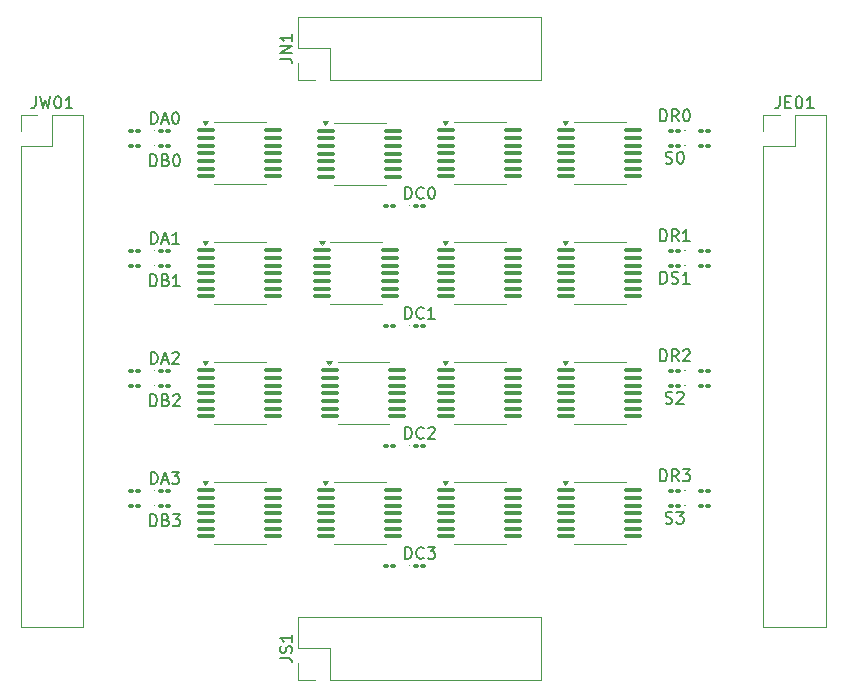
<source format=gto>
%TF.GenerationSoftware,KiCad,Pcbnew,9.0.2*%
%TF.CreationDate,2025-05-17T19:35:46+02:00*%
%TF.ProjectId,ALU,414c552e-6b69-4636-9164-5f7063625858,rev?*%
%TF.SameCoordinates,Original*%
%TF.FileFunction,Legend,Top*%
%TF.FilePolarity,Positive*%
%FSLAX46Y46*%
G04 Gerber Fmt 4.6, Leading zero omitted, Abs format (unit mm)*
G04 Created by KiCad (PCBNEW 9.0.2) date 2025-05-17 19:35:46*
%MOMM*%
%LPD*%
G01*
G04 APERTURE LIST*
G04 Aperture macros list*
%AMRoundRect*
0 Rectangle with rounded corners*
0 $1 Rounding radius*
0 $2 $3 $4 $5 $6 $7 $8 $9 X,Y pos of 4 corners*
0 Add a 4 corners polygon primitive as box body*
4,1,4,$2,$3,$4,$5,$6,$7,$8,$9,$2,$3,0*
0 Add four circle primitives for the rounded corners*
1,1,$1+$1,$2,$3*
1,1,$1+$1,$4,$5*
1,1,$1+$1,$6,$7*
1,1,$1+$1,$8,$9*
0 Add four rect primitives between the rounded corners*
20,1,$1+$1,$2,$3,$4,$5,0*
20,1,$1+$1,$4,$5,$6,$7,0*
20,1,$1+$1,$6,$7,$8,$9,0*
20,1,$1+$1,$8,$9,$2,$3,0*%
G04 Aperture macros list end*
%ADD10C,0.150000*%
%ADD11C,0.100000*%
%ADD12C,0.120000*%
%ADD13RoundRect,0.100000X0.130000X0.100000X-0.130000X0.100000X-0.130000X-0.100000X0.130000X-0.100000X0*%
%ADD14R,1.700000X1.700000*%
%ADD15C,1.700000*%
%ADD16RoundRect,0.100000X-0.637500X-0.100000X0.637500X-0.100000X0.637500X0.100000X-0.637500X0.100000X0*%
%ADD17RoundRect,0.100000X-0.130000X-0.100000X0.130000X-0.100000X0.130000X0.100000X-0.130000X0.100000X0*%
G04 APERTURE END LIST*
D10*
X137215714Y-61829819D02*
X137215714Y-60829819D01*
X137215714Y-60829819D02*
X137453809Y-60829819D01*
X137453809Y-60829819D02*
X137596666Y-60877438D01*
X137596666Y-60877438D02*
X137691904Y-60972676D01*
X137691904Y-60972676D02*
X137739523Y-61067914D01*
X137739523Y-61067914D02*
X137787142Y-61258390D01*
X137787142Y-61258390D02*
X137787142Y-61401247D01*
X137787142Y-61401247D02*
X137739523Y-61591723D01*
X137739523Y-61591723D02*
X137691904Y-61686961D01*
X137691904Y-61686961D02*
X137596666Y-61782200D01*
X137596666Y-61782200D02*
X137453809Y-61829819D01*
X137453809Y-61829819D02*
X137215714Y-61829819D01*
X138168095Y-61782200D02*
X138310952Y-61829819D01*
X138310952Y-61829819D02*
X138549047Y-61829819D01*
X138549047Y-61829819D02*
X138644285Y-61782200D01*
X138644285Y-61782200D02*
X138691904Y-61734580D01*
X138691904Y-61734580D02*
X138739523Y-61639342D01*
X138739523Y-61639342D02*
X138739523Y-61544104D01*
X138739523Y-61544104D02*
X138691904Y-61448866D01*
X138691904Y-61448866D02*
X138644285Y-61401247D01*
X138644285Y-61401247D02*
X138549047Y-61353628D01*
X138549047Y-61353628D02*
X138358571Y-61306009D01*
X138358571Y-61306009D02*
X138263333Y-61258390D01*
X138263333Y-61258390D02*
X138215714Y-61210771D01*
X138215714Y-61210771D02*
X138168095Y-61115533D01*
X138168095Y-61115533D02*
X138168095Y-61020295D01*
X138168095Y-61020295D02*
X138215714Y-60925057D01*
X138215714Y-60925057D02*
X138263333Y-60877438D01*
X138263333Y-60877438D02*
X138358571Y-60829819D01*
X138358571Y-60829819D02*
X138596666Y-60829819D01*
X138596666Y-60829819D02*
X138739523Y-60877438D01*
X139691904Y-61829819D02*
X139120476Y-61829819D01*
X139406190Y-61829819D02*
X139406190Y-60829819D01*
X139406190Y-60829819D02*
X139310952Y-60972676D01*
X139310952Y-60972676D02*
X139215714Y-61067914D01*
X139215714Y-61067914D02*
X139120476Y-61115533D01*
X137668095Y-71942200D02*
X137810952Y-71989819D01*
X137810952Y-71989819D02*
X138049047Y-71989819D01*
X138049047Y-71989819D02*
X138144285Y-71942200D01*
X138144285Y-71942200D02*
X138191904Y-71894580D01*
X138191904Y-71894580D02*
X138239523Y-71799342D01*
X138239523Y-71799342D02*
X138239523Y-71704104D01*
X138239523Y-71704104D02*
X138191904Y-71608866D01*
X138191904Y-71608866D02*
X138144285Y-71561247D01*
X138144285Y-71561247D02*
X138049047Y-71513628D01*
X138049047Y-71513628D02*
X137858571Y-71466009D01*
X137858571Y-71466009D02*
X137763333Y-71418390D01*
X137763333Y-71418390D02*
X137715714Y-71370771D01*
X137715714Y-71370771D02*
X137668095Y-71275533D01*
X137668095Y-71275533D02*
X137668095Y-71180295D01*
X137668095Y-71180295D02*
X137715714Y-71085057D01*
X137715714Y-71085057D02*
X137763333Y-71037438D01*
X137763333Y-71037438D02*
X137858571Y-70989819D01*
X137858571Y-70989819D02*
X138096666Y-70989819D01*
X138096666Y-70989819D02*
X138239523Y-71037438D01*
X138620476Y-71085057D02*
X138668095Y-71037438D01*
X138668095Y-71037438D02*
X138763333Y-70989819D01*
X138763333Y-70989819D02*
X139001428Y-70989819D01*
X139001428Y-70989819D02*
X139096666Y-71037438D01*
X139096666Y-71037438D02*
X139144285Y-71085057D01*
X139144285Y-71085057D02*
X139191904Y-71180295D01*
X139191904Y-71180295D02*
X139191904Y-71275533D01*
X139191904Y-71275533D02*
X139144285Y-71418390D01*
X139144285Y-71418390D02*
X138572857Y-71989819D01*
X138572857Y-71989819D02*
X139191904Y-71989819D01*
X84344047Y-45969819D02*
X84344047Y-46684104D01*
X84344047Y-46684104D02*
X84296428Y-46826961D01*
X84296428Y-46826961D02*
X84201190Y-46922200D01*
X84201190Y-46922200D02*
X84058333Y-46969819D01*
X84058333Y-46969819D02*
X83963095Y-46969819D01*
X84725000Y-45969819D02*
X84963095Y-46969819D01*
X84963095Y-46969819D02*
X85153571Y-46255533D01*
X85153571Y-46255533D02*
X85344047Y-46969819D01*
X85344047Y-46969819D02*
X85582143Y-45969819D01*
X86153571Y-45969819D02*
X86248809Y-45969819D01*
X86248809Y-45969819D02*
X86344047Y-46017438D01*
X86344047Y-46017438D02*
X86391666Y-46065057D01*
X86391666Y-46065057D02*
X86439285Y-46160295D01*
X86439285Y-46160295D02*
X86486904Y-46350771D01*
X86486904Y-46350771D02*
X86486904Y-46588866D01*
X86486904Y-46588866D02*
X86439285Y-46779342D01*
X86439285Y-46779342D02*
X86391666Y-46874580D01*
X86391666Y-46874580D02*
X86344047Y-46922200D01*
X86344047Y-46922200D02*
X86248809Y-46969819D01*
X86248809Y-46969819D02*
X86153571Y-46969819D01*
X86153571Y-46969819D02*
X86058333Y-46922200D01*
X86058333Y-46922200D02*
X86010714Y-46874580D01*
X86010714Y-46874580D02*
X85963095Y-46779342D01*
X85963095Y-46779342D02*
X85915476Y-46588866D01*
X85915476Y-46588866D02*
X85915476Y-46350771D01*
X85915476Y-46350771D02*
X85963095Y-46160295D01*
X85963095Y-46160295D02*
X86010714Y-46065057D01*
X86010714Y-46065057D02*
X86058333Y-46017438D01*
X86058333Y-46017438D02*
X86153571Y-45969819D01*
X87439285Y-46969819D02*
X86867857Y-46969819D01*
X87153571Y-46969819D02*
X87153571Y-45969819D01*
X87153571Y-45969819D02*
X87058333Y-46112676D01*
X87058333Y-46112676D02*
X86963095Y-46207914D01*
X86963095Y-46207914D02*
X86867857Y-46255533D01*
X147328095Y-45969819D02*
X147328095Y-46684104D01*
X147328095Y-46684104D02*
X147280476Y-46826961D01*
X147280476Y-46826961D02*
X147185238Y-46922200D01*
X147185238Y-46922200D02*
X147042381Y-46969819D01*
X147042381Y-46969819D02*
X146947143Y-46969819D01*
X147804286Y-46446009D02*
X148137619Y-46446009D01*
X148280476Y-46969819D02*
X147804286Y-46969819D01*
X147804286Y-46969819D02*
X147804286Y-45969819D01*
X147804286Y-45969819D02*
X148280476Y-45969819D01*
X148899524Y-45969819D02*
X148994762Y-45969819D01*
X148994762Y-45969819D02*
X149090000Y-46017438D01*
X149090000Y-46017438D02*
X149137619Y-46065057D01*
X149137619Y-46065057D02*
X149185238Y-46160295D01*
X149185238Y-46160295D02*
X149232857Y-46350771D01*
X149232857Y-46350771D02*
X149232857Y-46588866D01*
X149232857Y-46588866D02*
X149185238Y-46779342D01*
X149185238Y-46779342D02*
X149137619Y-46874580D01*
X149137619Y-46874580D02*
X149090000Y-46922200D01*
X149090000Y-46922200D02*
X148994762Y-46969819D01*
X148994762Y-46969819D02*
X148899524Y-46969819D01*
X148899524Y-46969819D02*
X148804286Y-46922200D01*
X148804286Y-46922200D02*
X148756667Y-46874580D01*
X148756667Y-46874580D02*
X148709048Y-46779342D01*
X148709048Y-46779342D02*
X148661429Y-46588866D01*
X148661429Y-46588866D02*
X148661429Y-46350771D01*
X148661429Y-46350771D02*
X148709048Y-46160295D01*
X148709048Y-46160295D02*
X148756667Y-46065057D01*
X148756667Y-46065057D02*
X148804286Y-46017438D01*
X148804286Y-46017438D02*
X148899524Y-45969819D01*
X150185238Y-46969819D02*
X149613810Y-46969819D01*
X149899524Y-46969819D02*
X149899524Y-45969819D01*
X149899524Y-45969819D02*
X149804286Y-46112676D01*
X149804286Y-46112676D02*
X149709048Y-46207914D01*
X149709048Y-46207914D02*
X149613810Y-46255533D01*
X115601905Y-85129819D02*
X115601905Y-84129819D01*
X115601905Y-84129819D02*
X115840000Y-84129819D01*
X115840000Y-84129819D02*
X115982857Y-84177438D01*
X115982857Y-84177438D02*
X116078095Y-84272676D01*
X116078095Y-84272676D02*
X116125714Y-84367914D01*
X116125714Y-84367914D02*
X116173333Y-84558390D01*
X116173333Y-84558390D02*
X116173333Y-84701247D01*
X116173333Y-84701247D02*
X116125714Y-84891723D01*
X116125714Y-84891723D02*
X116078095Y-84986961D01*
X116078095Y-84986961D02*
X115982857Y-85082200D01*
X115982857Y-85082200D02*
X115840000Y-85129819D01*
X115840000Y-85129819D02*
X115601905Y-85129819D01*
X117173333Y-85034580D02*
X117125714Y-85082200D01*
X117125714Y-85082200D02*
X116982857Y-85129819D01*
X116982857Y-85129819D02*
X116887619Y-85129819D01*
X116887619Y-85129819D02*
X116744762Y-85082200D01*
X116744762Y-85082200D02*
X116649524Y-84986961D01*
X116649524Y-84986961D02*
X116601905Y-84891723D01*
X116601905Y-84891723D02*
X116554286Y-84701247D01*
X116554286Y-84701247D02*
X116554286Y-84558390D01*
X116554286Y-84558390D02*
X116601905Y-84367914D01*
X116601905Y-84367914D02*
X116649524Y-84272676D01*
X116649524Y-84272676D02*
X116744762Y-84177438D01*
X116744762Y-84177438D02*
X116887619Y-84129819D01*
X116887619Y-84129819D02*
X116982857Y-84129819D01*
X116982857Y-84129819D02*
X117125714Y-84177438D01*
X117125714Y-84177438D02*
X117173333Y-84225057D01*
X117506667Y-84129819D02*
X118125714Y-84129819D01*
X118125714Y-84129819D02*
X117792381Y-84510771D01*
X117792381Y-84510771D02*
X117935238Y-84510771D01*
X117935238Y-84510771D02*
X118030476Y-84558390D01*
X118030476Y-84558390D02*
X118078095Y-84606009D01*
X118078095Y-84606009D02*
X118125714Y-84701247D01*
X118125714Y-84701247D02*
X118125714Y-84939342D01*
X118125714Y-84939342D02*
X118078095Y-85034580D01*
X118078095Y-85034580D02*
X118030476Y-85082200D01*
X118030476Y-85082200D02*
X117935238Y-85129819D01*
X117935238Y-85129819D02*
X117649524Y-85129819D01*
X117649524Y-85129819D02*
X117554286Y-85082200D01*
X117554286Y-85082200D02*
X117506667Y-85034580D01*
X94011905Y-62049819D02*
X94011905Y-61049819D01*
X94011905Y-61049819D02*
X94250000Y-61049819D01*
X94250000Y-61049819D02*
X94392857Y-61097438D01*
X94392857Y-61097438D02*
X94488095Y-61192676D01*
X94488095Y-61192676D02*
X94535714Y-61287914D01*
X94535714Y-61287914D02*
X94583333Y-61478390D01*
X94583333Y-61478390D02*
X94583333Y-61621247D01*
X94583333Y-61621247D02*
X94535714Y-61811723D01*
X94535714Y-61811723D02*
X94488095Y-61906961D01*
X94488095Y-61906961D02*
X94392857Y-62002200D01*
X94392857Y-62002200D02*
X94250000Y-62049819D01*
X94250000Y-62049819D02*
X94011905Y-62049819D01*
X95345238Y-61526009D02*
X95488095Y-61573628D01*
X95488095Y-61573628D02*
X95535714Y-61621247D01*
X95535714Y-61621247D02*
X95583333Y-61716485D01*
X95583333Y-61716485D02*
X95583333Y-61859342D01*
X95583333Y-61859342D02*
X95535714Y-61954580D01*
X95535714Y-61954580D02*
X95488095Y-62002200D01*
X95488095Y-62002200D02*
X95392857Y-62049819D01*
X95392857Y-62049819D02*
X95011905Y-62049819D01*
X95011905Y-62049819D02*
X95011905Y-61049819D01*
X95011905Y-61049819D02*
X95345238Y-61049819D01*
X95345238Y-61049819D02*
X95440476Y-61097438D01*
X95440476Y-61097438D02*
X95488095Y-61145057D01*
X95488095Y-61145057D02*
X95535714Y-61240295D01*
X95535714Y-61240295D02*
X95535714Y-61335533D01*
X95535714Y-61335533D02*
X95488095Y-61430771D01*
X95488095Y-61430771D02*
X95440476Y-61478390D01*
X95440476Y-61478390D02*
X95345238Y-61526009D01*
X95345238Y-61526009D02*
X95011905Y-61526009D01*
X96535714Y-62049819D02*
X95964286Y-62049819D01*
X96250000Y-62049819D02*
X96250000Y-61049819D01*
X96250000Y-61049819D02*
X96154762Y-61192676D01*
X96154762Y-61192676D02*
X96059524Y-61287914D01*
X96059524Y-61287914D02*
X95964286Y-61335533D01*
X115601905Y-74969819D02*
X115601905Y-73969819D01*
X115601905Y-73969819D02*
X115840000Y-73969819D01*
X115840000Y-73969819D02*
X115982857Y-74017438D01*
X115982857Y-74017438D02*
X116078095Y-74112676D01*
X116078095Y-74112676D02*
X116125714Y-74207914D01*
X116125714Y-74207914D02*
X116173333Y-74398390D01*
X116173333Y-74398390D02*
X116173333Y-74541247D01*
X116173333Y-74541247D02*
X116125714Y-74731723D01*
X116125714Y-74731723D02*
X116078095Y-74826961D01*
X116078095Y-74826961D02*
X115982857Y-74922200D01*
X115982857Y-74922200D02*
X115840000Y-74969819D01*
X115840000Y-74969819D02*
X115601905Y-74969819D01*
X117173333Y-74874580D02*
X117125714Y-74922200D01*
X117125714Y-74922200D02*
X116982857Y-74969819D01*
X116982857Y-74969819D02*
X116887619Y-74969819D01*
X116887619Y-74969819D02*
X116744762Y-74922200D01*
X116744762Y-74922200D02*
X116649524Y-74826961D01*
X116649524Y-74826961D02*
X116601905Y-74731723D01*
X116601905Y-74731723D02*
X116554286Y-74541247D01*
X116554286Y-74541247D02*
X116554286Y-74398390D01*
X116554286Y-74398390D02*
X116601905Y-74207914D01*
X116601905Y-74207914D02*
X116649524Y-74112676D01*
X116649524Y-74112676D02*
X116744762Y-74017438D01*
X116744762Y-74017438D02*
X116887619Y-73969819D01*
X116887619Y-73969819D02*
X116982857Y-73969819D01*
X116982857Y-73969819D02*
X117125714Y-74017438D01*
X117125714Y-74017438D02*
X117173333Y-74065057D01*
X117554286Y-74065057D02*
X117601905Y-74017438D01*
X117601905Y-74017438D02*
X117697143Y-73969819D01*
X117697143Y-73969819D02*
X117935238Y-73969819D01*
X117935238Y-73969819D02*
X118030476Y-74017438D01*
X118030476Y-74017438D02*
X118078095Y-74065057D01*
X118078095Y-74065057D02*
X118125714Y-74160295D01*
X118125714Y-74160295D02*
X118125714Y-74255533D01*
X118125714Y-74255533D02*
X118078095Y-74398390D01*
X118078095Y-74398390D02*
X117506667Y-74969819D01*
X117506667Y-74969819D02*
X118125714Y-74969819D01*
X94011905Y-82369819D02*
X94011905Y-81369819D01*
X94011905Y-81369819D02*
X94250000Y-81369819D01*
X94250000Y-81369819D02*
X94392857Y-81417438D01*
X94392857Y-81417438D02*
X94488095Y-81512676D01*
X94488095Y-81512676D02*
X94535714Y-81607914D01*
X94535714Y-81607914D02*
X94583333Y-81798390D01*
X94583333Y-81798390D02*
X94583333Y-81941247D01*
X94583333Y-81941247D02*
X94535714Y-82131723D01*
X94535714Y-82131723D02*
X94488095Y-82226961D01*
X94488095Y-82226961D02*
X94392857Y-82322200D01*
X94392857Y-82322200D02*
X94250000Y-82369819D01*
X94250000Y-82369819D02*
X94011905Y-82369819D01*
X95345238Y-81846009D02*
X95488095Y-81893628D01*
X95488095Y-81893628D02*
X95535714Y-81941247D01*
X95535714Y-81941247D02*
X95583333Y-82036485D01*
X95583333Y-82036485D02*
X95583333Y-82179342D01*
X95583333Y-82179342D02*
X95535714Y-82274580D01*
X95535714Y-82274580D02*
X95488095Y-82322200D01*
X95488095Y-82322200D02*
X95392857Y-82369819D01*
X95392857Y-82369819D02*
X95011905Y-82369819D01*
X95011905Y-82369819D02*
X95011905Y-81369819D01*
X95011905Y-81369819D02*
X95345238Y-81369819D01*
X95345238Y-81369819D02*
X95440476Y-81417438D01*
X95440476Y-81417438D02*
X95488095Y-81465057D01*
X95488095Y-81465057D02*
X95535714Y-81560295D01*
X95535714Y-81560295D02*
X95535714Y-81655533D01*
X95535714Y-81655533D02*
X95488095Y-81750771D01*
X95488095Y-81750771D02*
X95440476Y-81798390D01*
X95440476Y-81798390D02*
X95345238Y-81846009D01*
X95345238Y-81846009D02*
X95011905Y-81846009D01*
X95916667Y-81369819D02*
X96535714Y-81369819D01*
X96535714Y-81369819D02*
X96202381Y-81750771D01*
X96202381Y-81750771D02*
X96345238Y-81750771D01*
X96345238Y-81750771D02*
X96440476Y-81798390D01*
X96440476Y-81798390D02*
X96488095Y-81846009D01*
X96488095Y-81846009D02*
X96535714Y-81941247D01*
X96535714Y-81941247D02*
X96535714Y-82179342D01*
X96535714Y-82179342D02*
X96488095Y-82274580D01*
X96488095Y-82274580D02*
X96440476Y-82322200D01*
X96440476Y-82322200D02*
X96345238Y-82369819D01*
X96345238Y-82369819D02*
X96059524Y-82369819D01*
X96059524Y-82369819D02*
X95964286Y-82322200D01*
X95964286Y-82322200D02*
X95916667Y-82274580D01*
X94083333Y-48299819D02*
X94083333Y-47299819D01*
X94083333Y-47299819D02*
X94321428Y-47299819D01*
X94321428Y-47299819D02*
X94464285Y-47347438D01*
X94464285Y-47347438D02*
X94559523Y-47442676D01*
X94559523Y-47442676D02*
X94607142Y-47537914D01*
X94607142Y-47537914D02*
X94654761Y-47728390D01*
X94654761Y-47728390D02*
X94654761Y-47871247D01*
X94654761Y-47871247D02*
X94607142Y-48061723D01*
X94607142Y-48061723D02*
X94559523Y-48156961D01*
X94559523Y-48156961D02*
X94464285Y-48252200D01*
X94464285Y-48252200D02*
X94321428Y-48299819D01*
X94321428Y-48299819D02*
X94083333Y-48299819D01*
X95035714Y-48014104D02*
X95511904Y-48014104D01*
X94940476Y-48299819D02*
X95273809Y-47299819D01*
X95273809Y-47299819D02*
X95607142Y-48299819D01*
X96130952Y-47299819D02*
X96226190Y-47299819D01*
X96226190Y-47299819D02*
X96321428Y-47347438D01*
X96321428Y-47347438D02*
X96369047Y-47395057D01*
X96369047Y-47395057D02*
X96416666Y-47490295D01*
X96416666Y-47490295D02*
X96464285Y-47680771D01*
X96464285Y-47680771D02*
X96464285Y-47918866D01*
X96464285Y-47918866D02*
X96416666Y-48109342D01*
X96416666Y-48109342D02*
X96369047Y-48204580D01*
X96369047Y-48204580D02*
X96321428Y-48252200D01*
X96321428Y-48252200D02*
X96226190Y-48299819D01*
X96226190Y-48299819D02*
X96130952Y-48299819D01*
X96130952Y-48299819D02*
X96035714Y-48252200D01*
X96035714Y-48252200D02*
X95988095Y-48204580D01*
X95988095Y-48204580D02*
X95940476Y-48109342D01*
X95940476Y-48109342D02*
X95892857Y-47918866D01*
X95892857Y-47918866D02*
X95892857Y-47680771D01*
X95892857Y-47680771D02*
X95940476Y-47490295D01*
X95940476Y-47490295D02*
X95988095Y-47395057D01*
X95988095Y-47395057D02*
X96035714Y-47347438D01*
X96035714Y-47347438D02*
X96130952Y-47299819D01*
X94083333Y-78779819D02*
X94083333Y-77779819D01*
X94083333Y-77779819D02*
X94321428Y-77779819D01*
X94321428Y-77779819D02*
X94464285Y-77827438D01*
X94464285Y-77827438D02*
X94559523Y-77922676D01*
X94559523Y-77922676D02*
X94607142Y-78017914D01*
X94607142Y-78017914D02*
X94654761Y-78208390D01*
X94654761Y-78208390D02*
X94654761Y-78351247D01*
X94654761Y-78351247D02*
X94607142Y-78541723D01*
X94607142Y-78541723D02*
X94559523Y-78636961D01*
X94559523Y-78636961D02*
X94464285Y-78732200D01*
X94464285Y-78732200D02*
X94321428Y-78779819D01*
X94321428Y-78779819D02*
X94083333Y-78779819D01*
X95035714Y-78494104D02*
X95511904Y-78494104D01*
X94940476Y-78779819D02*
X95273809Y-77779819D01*
X95273809Y-77779819D02*
X95607142Y-78779819D01*
X95845238Y-77779819D02*
X96464285Y-77779819D01*
X96464285Y-77779819D02*
X96130952Y-78160771D01*
X96130952Y-78160771D02*
X96273809Y-78160771D01*
X96273809Y-78160771D02*
X96369047Y-78208390D01*
X96369047Y-78208390D02*
X96416666Y-78256009D01*
X96416666Y-78256009D02*
X96464285Y-78351247D01*
X96464285Y-78351247D02*
X96464285Y-78589342D01*
X96464285Y-78589342D02*
X96416666Y-78684580D01*
X96416666Y-78684580D02*
X96369047Y-78732200D01*
X96369047Y-78732200D02*
X96273809Y-78779819D01*
X96273809Y-78779819D02*
X95988095Y-78779819D01*
X95988095Y-78779819D02*
X95892857Y-78732200D01*
X95892857Y-78732200D02*
X95845238Y-78684580D01*
X137668095Y-51622200D02*
X137810952Y-51669819D01*
X137810952Y-51669819D02*
X138049047Y-51669819D01*
X138049047Y-51669819D02*
X138144285Y-51622200D01*
X138144285Y-51622200D02*
X138191904Y-51574580D01*
X138191904Y-51574580D02*
X138239523Y-51479342D01*
X138239523Y-51479342D02*
X138239523Y-51384104D01*
X138239523Y-51384104D02*
X138191904Y-51288866D01*
X138191904Y-51288866D02*
X138144285Y-51241247D01*
X138144285Y-51241247D02*
X138049047Y-51193628D01*
X138049047Y-51193628D02*
X137858571Y-51146009D01*
X137858571Y-51146009D02*
X137763333Y-51098390D01*
X137763333Y-51098390D02*
X137715714Y-51050771D01*
X137715714Y-51050771D02*
X137668095Y-50955533D01*
X137668095Y-50955533D02*
X137668095Y-50860295D01*
X137668095Y-50860295D02*
X137715714Y-50765057D01*
X137715714Y-50765057D02*
X137763333Y-50717438D01*
X137763333Y-50717438D02*
X137858571Y-50669819D01*
X137858571Y-50669819D02*
X138096666Y-50669819D01*
X138096666Y-50669819D02*
X138239523Y-50717438D01*
X138858571Y-50669819D02*
X138953809Y-50669819D01*
X138953809Y-50669819D02*
X139049047Y-50717438D01*
X139049047Y-50717438D02*
X139096666Y-50765057D01*
X139096666Y-50765057D02*
X139144285Y-50860295D01*
X139144285Y-50860295D02*
X139191904Y-51050771D01*
X139191904Y-51050771D02*
X139191904Y-51288866D01*
X139191904Y-51288866D02*
X139144285Y-51479342D01*
X139144285Y-51479342D02*
X139096666Y-51574580D01*
X139096666Y-51574580D02*
X139049047Y-51622200D01*
X139049047Y-51622200D02*
X138953809Y-51669819D01*
X138953809Y-51669819D02*
X138858571Y-51669819D01*
X138858571Y-51669819D02*
X138763333Y-51622200D01*
X138763333Y-51622200D02*
X138715714Y-51574580D01*
X138715714Y-51574580D02*
X138668095Y-51479342D01*
X138668095Y-51479342D02*
X138620476Y-51288866D01*
X138620476Y-51288866D02*
X138620476Y-51050771D01*
X138620476Y-51050771D02*
X138668095Y-50860295D01*
X138668095Y-50860295D02*
X138715714Y-50765057D01*
X138715714Y-50765057D02*
X138763333Y-50717438D01*
X138763333Y-50717438D02*
X138858571Y-50669819D01*
X137191905Y-68399819D02*
X137191905Y-67399819D01*
X137191905Y-67399819D02*
X137430000Y-67399819D01*
X137430000Y-67399819D02*
X137572857Y-67447438D01*
X137572857Y-67447438D02*
X137668095Y-67542676D01*
X137668095Y-67542676D02*
X137715714Y-67637914D01*
X137715714Y-67637914D02*
X137763333Y-67828390D01*
X137763333Y-67828390D02*
X137763333Y-67971247D01*
X137763333Y-67971247D02*
X137715714Y-68161723D01*
X137715714Y-68161723D02*
X137668095Y-68256961D01*
X137668095Y-68256961D02*
X137572857Y-68352200D01*
X137572857Y-68352200D02*
X137430000Y-68399819D01*
X137430000Y-68399819D02*
X137191905Y-68399819D01*
X138763333Y-68399819D02*
X138430000Y-67923628D01*
X138191905Y-68399819D02*
X138191905Y-67399819D01*
X138191905Y-67399819D02*
X138572857Y-67399819D01*
X138572857Y-67399819D02*
X138668095Y-67447438D01*
X138668095Y-67447438D02*
X138715714Y-67495057D01*
X138715714Y-67495057D02*
X138763333Y-67590295D01*
X138763333Y-67590295D02*
X138763333Y-67733152D01*
X138763333Y-67733152D02*
X138715714Y-67828390D01*
X138715714Y-67828390D02*
X138668095Y-67876009D01*
X138668095Y-67876009D02*
X138572857Y-67923628D01*
X138572857Y-67923628D02*
X138191905Y-67923628D01*
X139144286Y-67495057D02*
X139191905Y-67447438D01*
X139191905Y-67447438D02*
X139287143Y-67399819D01*
X139287143Y-67399819D02*
X139525238Y-67399819D01*
X139525238Y-67399819D02*
X139620476Y-67447438D01*
X139620476Y-67447438D02*
X139668095Y-67495057D01*
X139668095Y-67495057D02*
X139715714Y-67590295D01*
X139715714Y-67590295D02*
X139715714Y-67685533D01*
X139715714Y-67685533D02*
X139668095Y-67828390D01*
X139668095Y-67828390D02*
X139096667Y-68399819D01*
X139096667Y-68399819D02*
X139715714Y-68399819D01*
X115601905Y-54649819D02*
X115601905Y-53649819D01*
X115601905Y-53649819D02*
X115840000Y-53649819D01*
X115840000Y-53649819D02*
X115982857Y-53697438D01*
X115982857Y-53697438D02*
X116078095Y-53792676D01*
X116078095Y-53792676D02*
X116125714Y-53887914D01*
X116125714Y-53887914D02*
X116173333Y-54078390D01*
X116173333Y-54078390D02*
X116173333Y-54221247D01*
X116173333Y-54221247D02*
X116125714Y-54411723D01*
X116125714Y-54411723D02*
X116078095Y-54506961D01*
X116078095Y-54506961D02*
X115982857Y-54602200D01*
X115982857Y-54602200D02*
X115840000Y-54649819D01*
X115840000Y-54649819D02*
X115601905Y-54649819D01*
X117173333Y-54554580D02*
X117125714Y-54602200D01*
X117125714Y-54602200D02*
X116982857Y-54649819D01*
X116982857Y-54649819D02*
X116887619Y-54649819D01*
X116887619Y-54649819D02*
X116744762Y-54602200D01*
X116744762Y-54602200D02*
X116649524Y-54506961D01*
X116649524Y-54506961D02*
X116601905Y-54411723D01*
X116601905Y-54411723D02*
X116554286Y-54221247D01*
X116554286Y-54221247D02*
X116554286Y-54078390D01*
X116554286Y-54078390D02*
X116601905Y-53887914D01*
X116601905Y-53887914D02*
X116649524Y-53792676D01*
X116649524Y-53792676D02*
X116744762Y-53697438D01*
X116744762Y-53697438D02*
X116887619Y-53649819D01*
X116887619Y-53649819D02*
X116982857Y-53649819D01*
X116982857Y-53649819D02*
X117125714Y-53697438D01*
X117125714Y-53697438D02*
X117173333Y-53745057D01*
X117792381Y-53649819D02*
X117887619Y-53649819D01*
X117887619Y-53649819D02*
X117982857Y-53697438D01*
X117982857Y-53697438D02*
X118030476Y-53745057D01*
X118030476Y-53745057D02*
X118078095Y-53840295D01*
X118078095Y-53840295D02*
X118125714Y-54030771D01*
X118125714Y-54030771D02*
X118125714Y-54268866D01*
X118125714Y-54268866D02*
X118078095Y-54459342D01*
X118078095Y-54459342D02*
X118030476Y-54554580D01*
X118030476Y-54554580D02*
X117982857Y-54602200D01*
X117982857Y-54602200D02*
X117887619Y-54649819D01*
X117887619Y-54649819D02*
X117792381Y-54649819D01*
X117792381Y-54649819D02*
X117697143Y-54602200D01*
X117697143Y-54602200D02*
X117649524Y-54554580D01*
X117649524Y-54554580D02*
X117601905Y-54459342D01*
X117601905Y-54459342D02*
X117554286Y-54268866D01*
X117554286Y-54268866D02*
X117554286Y-54030771D01*
X117554286Y-54030771D02*
X117601905Y-53840295D01*
X117601905Y-53840295D02*
X117649524Y-53745057D01*
X117649524Y-53745057D02*
X117697143Y-53697438D01*
X117697143Y-53697438D02*
X117792381Y-53649819D01*
X94083333Y-68619819D02*
X94083333Y-67619819D01*
X94083333Y-67619819D02*
X94321428Y-67619819D01*
X94321428Y-67619819D02*
X94464285Y-67667438D01*
X94464285Y-67667438D02*
X94559523Y-67762676D01*
X94559523Y-67762676D02*
X94607142Y-67857914D01*
X94607142Y-67857914D02*
X94654761Y-68048390D01*
X94654761Y-68048390D02*
X94654761Y-68191247D01*
X94654761Y-68191247D02*
X94607142Y-68381723D01*
X94607142Y-68381723D02*
X94559523Y-68476961D01*
X94559523Y-68476961D02*
X94464285Y-68572200D01*
X94464285Y-68572200D02*
X94321428Y-68619819D01*
X94321428Y-68619819D02*
X94083333Y-68619819D01*
X95035714Y-68334104D02*
X95511904Y-68334104D01*
X94940476Y-68619819D02*
X95273809Y-67619819D01*
X95273809Y-67619819D02*
X95607142Y-68619819D01*
X95892857Y-67715057D02*
X95940476Y-67667438D01*
X95940476Y-67667438D02*
X96035714Y-67619819D01*
X96035714Y-67619819D02*
X96273809Y-67619819D01*
X96273809Y-67619819D02*
X96369047Y-67667438D01*
X96369047Y-67667438D02*
X96416666Y-67715057D01*
X96416666Y-67715057D02*
X96464285Y-67810295D01*
X96464285Y-67810295D02*
X96464285Y-67905533D01*
X96464285Y-67905533D02*
X96416666Y-68048390D01*
X96416666Y-68048390D02*
X95845238Y-68619819D01*
X95845238Y-68619819D02*
X96464285Y-68619819D01*
X94083333Y-58459819D02*
X94083333Y-57459819D01*
X94083333Y-57459819D02*
X94321428Y-57459819D01*
X94321428Y-57459819D02*
X94464285Y-57507438D01*
X94464285Y-57507438D02*
X94559523Y-57602676D01*
X94559523Y-57602676D02*
X94607142Y-57697914D01*
X94607142Y-57697914D02*
X94654761Y-57888390D01*
X94654761Y-57888390D02*
X94654761Y-58031247D01*
X94654761Y-58031247D02*
X94607142Y-58221723D01*
X94607142Y-58221723D02*
X94559523Y-58316961D01*
X94559523Y-58316961D02*
X94464285Y-58412200D01*
X94464285Y-58412200D02*
X94321428Y-58459819D01*
X94321428Y-58459819D02*
X94083333Y-58459819D01*
X95035714Y-58174104D02*
X95511904Y-58174104D01*
X94940476Y-58459819D02*
X95273809Y-57459819D01*
X95273809Y-57459819D02*
X95607142Y-58459819D01*
X96464285Y-58459819D02*
X95892857Y-58459819D01*
X96178571Y-58459819D02*
X96178571Y-57459819D01*
X96178571Y-57459819D02*
X96083333Y-57602676D01*
X96083333Y-57602676D02*
X95988095Y-57697914D01*
X95988095Y-57697914D02*
X95892857Y-57745533D01*
X137191905Y-58239819D02*
X137191905Y-57239819D01*
X137191905Y-57239819D02*
X137430000Y-57239819D01*
X137430000Y-57239819D02*
X137572857Y-57287438D01*
X137572857Y-57287438D02*
X137668095Y-57382676D01*
X137668095Y-57382676D02*
X137715714Y-57477914D01*
X137715714Y-57477914D02*
X137763333Y-57668390D01*
X137763333Y-57668390D02*
X137763333Y-57811247D01*
X137763333Y-57811247D02*
X137715714Y-58001723D01*
X137715714Y-58001723D02*
X137668095Y-58096961D01*
X137668095Y-58096961D02*
X137572857Y-58192200D01*
X137572857Y-58192200D02*
X137430000Y-58239819D01*
X137430000Y-58239819D02*
X137191905Y-58239819D01*
X138763333Y-58239819D02*
X138430000Y-57763628D01*
X138191905Y-58239819D02*
X138191905Y-57239819D01*
X138191905Y-57239819D02*
X138572857Y-57239819D01*
X138572857Y-57239819D02*
X138668095Y-57287438D01*
X138668095Y-57287438D02*
X138715714Y-57335057D01*
X138715714Y-57335057D02*
X138763333Y-57430295D01*
X138763333Y-57430295D02*
X138763333Y-57573152D01*
X138763333Y-57573152D02*
X138715714Y-57668390D01*
X138715714Y-57668390D02*
X138668095Y-57716009D01*
X138668095Y-57716009D02*
X138572857Y-57763628D01*
X138572857Y-57763628D02*
X138191905Y-57763628D01*
X139715714Y-58239819D02*
X139144286Y-58239819D01*
X139430000Y-58239819D02*
X139430000Y-57239819D01*
X139430000Y-57239819D02*
X139334762Y-57382676D01*
X139334762Y-57382676D02*
X139239524Y-57477914D01*
X139239524Y-57477914D02*
X139144286Y-57525533D01*
X137191905Y-48079819D02*
X137191905Y-47079819D01*
X137191905Y-47079819D02*
X137430000Y-47079819D01*
X137430000Y-47079819D02*
X137572857Y-47127438D01*
X137572857Y-47127438D02*
X137668095Y-47222676D01*
X137668095Y-47222676D02*
X137715714Y-47317914D01*
X137715714Y-47317914D02*
X137763333Y-47508390D01*
X137763333Y-47508390D02*
X137763333Y-47651247D01*
X137763333Y-47651247D02*
X137715714Y-47841723D01*
X137715714Y-47841723D02*
X137668095Y-47936961D01*
X137668095Y-47936961D02*
X137572857Y-48032200D01*
X137572857Y-48032200D02*
X137430000Y-48079819D01*
X137430000Y-48079819D02*
X137191905Y-48079819D01*
X138763333Y-48079819D02*
X138430000Y-47603628D01*
X138191905Y-48079819D02*
X138191905Y-47079819D01*
X138191905Y-47079819D02*
X138572857Y-47079819D01*
X138572857Y-47079819D02*
X138668095Y-47127438D01*
X138668095Y-47127438D02*
X138715714Y-47175057D01*
X138715714Y-47175057D02*
X138763333Y-47270295D01*
X138763333Y-47270295D02*
X138763333Y-47413152D01*
X138763333Y-47413152D02*
X138715714Y-47508390D01*
X138715714Y-47508390D02*
X138668095Y-47556009D01*
X138668095Y-47556009D02*
X138572857Y-47603628D01*
X138572857Y-47603628D02*
X138191905Y-47603628D01*
X139382381Y-47079819D02*
X139477619Y-47079819D01*
X139477619Y-47079819D02*
X139572857Y-47127438D01*
X139572857Y-47127438D02*
X139620476Y-47175057D01*
X139620476Y-47175057D02*
X139668095Y-47270295D01*
X139668095Y-47270295D02*
X139715714Y-47460771D01*
X139715714Y-47460771D02*
X139715714Y-47698866D01*
X139715714Y-47698866D02*
X139668095Y-47889342D01*
X139668095Y-47889342D02*
X139620476Y-47984580D01*
X139620476Y-47984580D02*
X139572857Y-48032200D01*
X139572857Y-48032200D02*
X139477619Y-48079819D01*
X139477619Y-48079819D02*
X139382381Y-48079819D01*
X139382381Y-48079819D02*
X139287143Y-48032200D01*
X139287143Y-48032200D02*
X139239524Y-47984580D01*
X139239524Y-47984580D02*
X139191905Y-47889342D01*
X139191905Y-47889342D02*
X139144286Y-47698866D01*
X139144286Y-47698866D02*
X139144286Y-47460771D01*
X139144286Y-47460771D02*
X139191905Y-47270295D01*
X139191905Y-47270295D02*
X139239524Y-47175057D01*
X139239524Y-47175057D02*
X139287143Y-47127438D01*
X139287143Y-47127438D02*
X139382381Y-47079819D01*
X137191905Y-78559819D02*
X137191905Y-77559819D01*
X137191905Y-77559819D02*
X137430000Y-77559819D01*
X137430000Y-77559819D02*
X137572857Y-77607438D01*
X137572857Y-77607438D02*
X137668095Y-77702676D01*
X137668095Y-77702676D02*
X137715714Y-77797914D01*
X137715714Y-77797914D02*
X137763333Y-77988390D01*
X137763333Y-77988390D02*
X137763333Y-78131247D01*
X137763333Y-78131247D02*
X137715714Y-78321723D01*
X137715714Y-78321723D02*
X137668095Y-78416961D01*
X137668095Y-78416961D02*
X137572857Y-78512200D01*
X137572857Y-78512200D02*
X137430000Y-78559819D01*
X137430000Y-78559819D02*
X137191905Y-78559819D01*
X138763333Y-78559819D02*
X138430000Y-78083628D01*
X138191905Y-78559819D02*
X138191905Y-77559819D01*
X138191905Y-77559819D02*
X138572857Y-77559819D01*
X138572857Y-77559819D02*
X138668095Y-77607438D01*
X138668095Y-77607438D02*
X138715714Y-77655057D01*
X138715714Y-77655057D02*
X138763333Y-77750295D01*
X138763333Y-77750295D02*
X138763333Y-77893152D01*
X138763333Y-77893152D02*
X138715714Y-77988390D01*
X138715714Y-77988390D02*
X138668095Y-78036009D01*
X138668095Y-78036009D02*
X138572857Y-78083628D01*
X138572857Y-78083628D02*
X138191905Y-78083628D01*
X139096667Y-77559819D02*
X139715714Y-77559819D01*
X139715714Y-77559819D02*
X139382381Y-77940771D01*
X139382381Y-77940771D02*
X139525238Y-77940771D01*
X139525238Y-77940771D02*
X139620476Y-77988390D01*
X139620476Y-77988390D02*
X139668095Y-78036009D01*
X139668095Y-78036009D02*
X139715714Y-78131247D01*
X139715714Y-78131247D02*
X139715714Y-78369342D01*
X139715714Y-78369342D02*
X139668095Y-78464580D01*
X139668095Y-78464580D02*
X139620476Y-78512200D01*
X139620476Y-78512200D02*
X139525238Y-78559819D01*
X139525238Y-78559819D02*
X139239524Y-78559819D01*
X139239524Y-78559819D02*
X139144286Y-78512200D01*
X139144286Y-78512200D02*
X139096667Y-78464580D01*
X94011905Y-51889819D02*
X94011905Y-50889819D01*
X94011905Y-50889819D02*
X94250000Y-50889819D01*
X94250000Y-50889819D02*
X94392857Y-50937438D01*
X94392857Y-50937438D02*
X94488095Y-51032676D01*
X94488095Y-51032676D02*
X94535714Y-51127914D01*
X94535714Y-51127914D02*
X94583333Y-51318390D01*
X94583333Y-51318390D02*
X94583333Y-51461247D01*
X94583333Y-51461247D02*
X94535714Y-51651723D01*
X94535714Y-51651723D02*
X94488095Y-51746961D01*
X94488095Y-51746961D02*
X94392857Y-51842200D01*
X94392857Y-51842200D02*
X94250000Y-51889819D01*
X94250000Y-51889819D02*
X94011905Y-51889819D01*
X95345238Y-51366009D02*
X95488095Y-51413628D01*
X95488095Y-51413628D02*
X95535714Y-51461247D01*
X95535714Y-51461247D02*
X95583333Y-51556485D01*
X95583333Y-51556485D02*
X95583333Y-51699342D01*
X95583333Y-51699342D02*
X95535714Y-51794580D01*
X95535714Y-51794580D02*
X95488095Y-51842200D01*
X95488095Y-51842200D02*
X95392857Y-51889819D01*
X95392857Y-51889819D02*
X95011905Y-51889819D01*
X95011905Y-51889819D02*
X95011905Y-50889819D01*
X95011905Y-50889819D02*
X95345238Y-50889819D01*
X95345238Y-50889819D02*
X95440476Y-50937438D01*
X95440476Y-50937438D02*
X95488095Y-50985057D01*
X95488095Y-50985057D02*
X95535714Y-51080295D01*
X95535714Y-51080295D02*
X95535714Y-51175533D01*
X95535714Y-51175533D02*
X95488095Y-51270771D01*
X95488095Y-51270771D02*
X95440476Y-51318390D01*
X95440476Y-51318390D02*
X95345238Y-51366009D01*
X95345238Y-51366009D02*
X95011905Y-51366009D01*
X96202381Y-50889819D02*
X96297619Y-50889819D01*
X96297619Y-50889819D02*
X96392857Y-50937438D01*
X96392857Y-50937438D02*
X96440476Y-50985057D01*
X96440476Y-50985057D02*
X96488095Y-51080295D01*
X96488095Y-51080295D02*
X96535714Y-51270771D01*
X96535714Y-51270771D02*
X96535714Y-51508866D01*
X96535714Y-51508866D02*
X96488095Y-51699342D01*
X96488095Y-51699342D02*
X96440476Y-51794580D01*
X96440476Y-51794580D02*
X96392857Y-51842200D01*
X96392857Y-51842200D02*
X96297619Y-51889819D01*
X96297619Y-51889819D02*
X96202381Y-51889819D01*
X96202381Y-51889819D02*
X96107143Y-51842200D01*
X96107143Y-51842200D02*
X96059524Y-51794580D01*
X96059524Y-51794580D02*
X96011905Y-51699342D01*
X96011905Y-51699342D02*
X95964286Y-51508866D01*
X95964286Y-51508866D02*
X95964286Y-51270771D01*
X95964286Y-51270771D02*
X96011905Y-51080295D01*
X96011905Y-51080295D02*
X96059524Y-50985057D01*
X96059524Y-50985057D02*
X96107143Y-50937438D01*
X96107143Y-50937438D02*
X96202381Y-50889819D01*
X115601905Y-64809819D02*
X115601905Y-63809819D01*
X115601905Y-63809819D02*
X115840000Y-63809819D01*
X115840000Y-63809819D02*
X115982857Y-63857438D01*
X115982857Y-63857438D02*
X116078095Y-63952676D01*
X116078095Y-63952676D02*
X116125714Y-64047914D01*
X116125714Y-64047914D02*
X116173333Y-64238390D01*
X116173333Y-64238390D02*
X116173333Y-64381247D01*
X116173333Y-64381247D02*
X116125714Y-64571723D01*
X116125714Y-64571723D02*
X116078095Y-64666961D01*
X116078095Y-64666961D02*
X115982857Y-64762200D01*
X115982857Y-64762200D02*
X115840000Y-64809819D01*
X115840000Y-64809819D02*
X115601905Y-64809819D01*
X117173333Y-64714580D02*
X117125714Y-64762200D01*
X117125714Y-64762200D02*
X116982857Y-64809819D01*
X116982857Y-64809819D02*
X116887619Y-64809819D01*
X116887619Y-64809819D02*
X116744762Y-64762200D01*
X116744762Y-64762200D02*
X116649524Y-64666961D01*
X116649524Y-64666961D02*
X116601905Y-64571723D01*
X116601905Y-64571723D02*
X116554286Y-64381247D01*
X116554286Y-64381247D02*
X116554286Y-64238390D01*
X116554286Y-64238390D02*
X116601905Y-64047914D01*
X116601905Y-64047914D02*
X116649524Y-63952676D01*
X116649524Y-63952676D02*
X116744762Y-63857438D01*
X116744762Y-63857438D02*
X116887619Y-63809819D01*
X116887619Y-63809819D02*
X116982857Y-63809819D01*
X116982857Y-63809819D02*
X117125714Y-63857438D01*
X117125714Y-63857438D02*
X117173333Y-63905057D01*
X118125714Y-64809819D02*
X117554286Y-64809819D01*
X117840000Y-64809819D02*
X117840000Y-63809819D01*
X117840000Y-63809819D02*
X117744762Y-63952676D01*
X117744762Y-63952676D02*
X117649524Y-64047914D01*
X117649524Y-64047914D02*
X117554286Y-64095533D01*
X105024819Y-93524523D02*
X105739104Y-93524523D01*
X105739104Y-93524523D02*
X105881961Y-93572142D01*
X105881961Y-93572142D02*
X105977200Y-93667380D01*
X105977200Y-93667380D02*
X106024819Y-93810237D01*
X106024819Y-93810237D02*
X106024819Y-93905475D01*
X105977200Y-93095951D02*
X106024819Y-92953094D01*
X106024819Y-92953094D02*
X106024819Y-92714999D01*
X106024819Y-92714999D02*
X105977200Y-92619761D01*
X105977200Y-92619761D02*
X105929580Y-92572142D01*
X105929580Y-92572142D02*
X105834342Y-92524523D01*
X105834342Y-92524523D02*
X105739104Y-92524523D01*
X105739104Y-92524523D02*
X105643866Y-92572142D01*
X105643866Y-92572142D02*
X105596247Y-92619761D01*
X105596247Y-92619761D02*
X105548628Y-92714999D01*
X105548628Y-92714999D02*
X105501009Y-92905475D01*
X105501009Y-92905475D02*
X105453390Y-93000713D01*
X105453390Y-93000713D02*
X105405771Y-93048332D01*
X105405771Y-93048332D02*
X105310533Y-93095951D01*
X105310533Y-93095951D02*
X105215295Y-93095951D01*
X105215295Y-93095951D02*
X105120057Y-93048332D01*
X105120057Y-93048332D02*
X105072438Y-93000713D01*
X105072438Y-93000713D02*
X105024819Y-92905475D01*
X105024819Y-92905475D02*
X105024819Y-92667380D01*
X105024819Y-92667380D02*
X105072438Y-92524523D01*
X106024819Y-91572142D02*
X106024819Y-92143570D01*
X106024819Y-91857856D02*
X105024819Y-91857856D01*
X105024819Y-91857856D02*
X105167676Y-91953094D01*
X105167676Y-91953094D02*
X105262914Y-92048332D01*
X105262914Y-92048332D02*
X105310533Y-92143570D01*
X94011905Y-72209819D02*
X94011905Y-71209819D01*
X94011905Y-71209819D02*
X94250000Y-71209819D01*
X94250000Y-71209819D02*
X94392857Y-71257438D01*
X94392857Y-71257438D02*
X94488095Y-71352676D01*
X94488095Y-71352676D02*
X94535714Y-71447914D01*
X94535714Y-71447914D02*
X94583333Y-71638390D01*
X94583333Y-71638390D02*
X94583333Y-71781247D01*
X94583333Y-71781247D02*
X94535714Y-71971723D01*
X94535714Y-71971723D02*
X94488095Y-72066961D01*
X94488095Y-72066961D02*
X94392857Y-72162200D01*
X94392857Y-72162200D02*
X94250000Y-72209819D01*
X94250000Y-72209819D02*
X94011905Y-72209819D01*
X95345238Y-71686009D02*
X95488095Y-71733628D01*
X95488095Y-71733628D02*
X95535714Y-71781247D01*
X95535714Y-71781247D02*
X95583333Y-71876485D01*
X95583333Y-71876485D02*
X95583333Y-72019342D01*
X95583333Y-72019342D02*
X95535714Y-72114580D01*
X95535714Y-72114580D02*
X95488095Y-72162200D01*
X95488095Y-72162200D02*
X95392857Y-72209819D01*
X95392857Y-72209819D02*
X95011905Y-72209819D01*
X95011905Y-72209819D02*
X95011905Y-71209819D01*
X95011905Y-71209819D02*
X95345238Y-71209819D01*
X95345238Y-71209819D02*
X95440476Y-71257438D01*
X95440476Y-71257438D02*
X95488095Y-71305057D01*
X95488095Y-71305057D02*
X95535714Y-71400295D01*
X95535714Y-71400295D02*
X95535714Y-71495533D01*
X95535714Y-71495533D02*
X95488095Y-71590771D01*
X95488095Y-71590771D02*
X95440476Y-71638390D01*
X95440476Y-71638390D02*
X95345238Y-71686009D01*
X95345238Y-71686009D02*
X95011905Y-71686009D01*
X95964286Y-71305057D02*
X96011905Y-71257438D01*
X96011905Y-71257438D02*
X96107143Y-71209819D01*
X96107143Y-71209819D02*
X96345238Y-71209819D01*
X96345238Y-71209819D02*
X96440476Y-71257438D01*
X96440476Y-71257438D02*
X96488095Y-71305057D01*
X96488095Y-71305057D02*
X96535714Y-71400295D01*
X96535714Y-71400295D02*
X96535714Y-71495533D01*
X96535714Y-71495533D02*
X96488095Y-71638390D01*
X96488095Y-71638390D02*
X95916667Y-72209819D01*
X95916667Y-72209819D02*
X96535714Y-72209819D01*
X105024819Y-42772142D02*
X105739104Y-42772142D01*
X105739104Y-42772142D02*
X105881961Y-42819761D01*
X105881961Y-42819761D02*
X105977200Y-42914999D01*
X105977200Y-42914999D02*
X106024819Y-43057856D01*
X106024819Y-43057856D02*
X106024819Y-43153094D01*
X106024819Y-42295951D02*
X105024819Y-42295951D01*
X105024819Y-42295951D02*
X106024819Y-41724523D01*
X106024819Y-41724523D02*
X105024819Y-41724523D01*
X106024819Y-40724523D02*
X106024819Y-41295951D01*
X106024819Y-41010237D02*
X105024819Y-41010237D01*
X105024819Y-41010237D02*
X105167676Y-41105475D01*
X105167676Y-41105475D02*
X105262914Y-41200713D01*
X105262914Y-41200713D02*
X105310533Y-41295951D01*
X137668095Y-82102200D02*
X137810952Y-82149819D01*
X137810952Y-82149819D02*
X138049047Y-82149819D01*
X138049047Y-82149819D02*
X138144285Y-82102200D01*
X138144285Y-82102200D02*
X138191904Y-82054580D01*
X138191904Y-82054580D02*
X138239523Y-81959342D01*
X138239523Y-81959342D02*
X138239523Y-81864104D01*
X138239523Y-81864104D02*
X138191904Y-81768866D01*
X138191904Y-81768866D02*
X138144285Y-81721247D01*
X138144285Y-81721247D02*
X138049047Y-81673628D01*
X138049047Y-81673628D02*
X137858571Y-81626009D01*
X137858571Y-81626009D02*
X137763333Y-81578390D01*
X137763333Y-81578390D02*
X137715714Y-81530771D01*
X137715714Y-81530771D02*
X137668095Y-81435533D01*
X137668095Y-81435533D02*
X137668095Y-81340295D01*
X137668095Y-81340295D02*
X137715714Y-81245057D01*
X137715714Y-81245057D02*
X137763333Y-81197438D01*
X137763333Y-81197438D02*
X137858571Y-81149819D01*
X137858571Y-81149819D02*
X138096666Y-81149819D01*
X138096666Y-81149819D02*
X138239523Y-81197438D01*
X138572857Y-81149819D02*
X139191904Y-81149819D01*
X139191904Y-81149819D02*
X138858571Y-81530771D01*
X138858571Y-81530771D02*
X139001428Y-81530771D01*
X139001428Y-81530771D02*
X139096666Y-81578390D01*
X139096666Y-81578390D02*
X139144285Y-81626009D01*
X139144285Y-81626009D02*
X139191904Y-81721247D01*
X139191904Y-81721247D02*
X139191904Y-81959342D01*
X139191904Y-81959342D02*
X139144285Y-82054580D01*
X139144285Y-82054580D02*
X139096666Y-82102200D01*
X139096666Y-82102200D02*
X139001428Y-82149819D01*
X139001428Y-82149819D02*
X138715714Y-82149819D01*
X138715714Y-82149819D02*
X138620476Y-82102200D01*
X138620476Y-82102200D02*
X138572857Y-82054580D01*
D11*
%TO.C,DS1*%
X139340000Y-60325000D02*
G75*
G02*
X139240000Y-60325000I-50000J0D01*
G01*
X139240000Y-60325000D02*
G75*
G02*
X139340000Y-60325000I50000J0D01*
G01*
%TO.C,S2*%
X139340000Y-70485000D02*
G75*
G02*
X139240000Y-70485000I-50000J0D01*
G01*
X139240000Y-70485000D02*
G75*
G02*
X139340000Y-70485000I50000J0D01*
G01*
D12*
%TO.C,JW01*%
X83075000Y-47515000D02*
X84455000Y-47515000D01*
X83075000Y-48895000D02*
X83075000Y-47515000D01*
X83075000Y-50165000D02*
X83075000Y-90915000D01*
X83075000Y-50165000D02*
X85725000Y-50165000D01*
X83075000Y-90915000D02*
X88375000Y-90915000D01*
X85725000Y-47515000D02*
X88375000Y-47515000D01*
X85725000Y-50165000D02*
X85725000Y-47515000D01*
X88375000Y-47515000D02*
X88375000Y-90915000D01*
%TO.C,JE01*%
X145940000Y-47515000D02*
X147320000Y-47515000D01*
X145940000Y-48895000D02*
X145940000Y-47515000D01*
X145940000Y-50165000D02*
X145940000Y-90915000D01*
X145940000Y-50165000D02*
X148590000Y-50165000D01*
X145940000Y-90915000D02*
X151240000Y-90915000D01*
X148590000Y-47515000D02*
X151240000Y-47515000D01*
X148590000Y-50165000D02*
X148590000Y-47515000D01*
X151240000Y-47515000D02*
X151240000Y-90915000D01*
%TO.C,U22*%
X112082500Y-68510000D02*
X109882500Y-68510000D01*
X112082500Y-68510000D02*
X114282500Y-68510000D01*
X112082500Y-73730000D02*
X109882500Y-73730000D01*
X112082500Y-73730000D02*
X114282500Y-73730000D01*
X109182500Y-68710000D02*
X108942500Y-68380000D01*
X109422500Y-68380000D01*
X109182500Y-68710000D01*
G36*
X109182500Y-68710000D02*
G01*
X108942500Y-68380000D01*
X109422500Y-68380000D01*
X109182500Y-68710000D01*
G37*
D11*
%TO.C,DC3*%
X116030000Y-85725000D02*
G75*
G02*
X115930000Y-85725000I-50000J0D01*
G01*
X115930000Y-85725000D02*
G75*
G02*
X116030000Y-85725000I50000J0D01*
G01*
%TO.C,DB1*%
X94440000Y-60325000D02*
G75*
G02*
X94340000Y-60325000I-50000J0D01*
G01*
X94340000Y-60325000D02*
G75*
G02*
X94440000Y-60325000I50000J0D01*
G01*
%TO.C,DC2*%
X116030000Y-75565000D02*
G75*
G02*
X115930000Y-75565000I-50000J0D01*
G01*
X115930000Y-75565000D02*
G75*
G02*
X116030000Y-75565000I50000J0D01*
G01*
D12*
%TO.C,U34*%
X132080000Y-78670000D02*
X129880000Y-78670000D01*
X132080000Y-78670000D02*
X134280000Y-78670000D01*
X132080000Y-83890000D02*
X129880000Y-83890000D01*
X132080000Y-83890000D02*
X134280000Y-83890000D01*
X129180000Y-78870000D02*
X128940000Y-78540000D01*
X129420000Y-78540000D01*
X129180000Y-78870000D01*
G36*
X129180000Y-78870000D02*
G01*
X128940000Y-78540000D01*
X129420000Y-78540000D01*
X129180000Y-78870000D01*
G37*
%TO.C,U23*%
X121920000Y-68510000D02*
X119720000Y-68510000D01*
X121920000Y-68510000D02*
X124120000Y-68510000D01*
X121920000Y-73730000D02*
X119720000Y-73730000D01*
X121920000Y-73730000D02*
X124120000Y-73730000D01*
X119020000Y-68710000D02*
X118780000Y-68380000D01*
X119260000Y-68380000D01*
X119020000Y-68710000D01*
G36*
X119020000Y-68710000D02*
G01*
X118780000Y-68380000D01*
X119260000Y-68380000D01*
X119020000Y-68710000D01*
G37*
%TO.C,U12*%
X111447500Y-58350000D02*
X109247500Y-58350000D01*
X111447500Y-58350000D02*
X113647500Y-58350000D01*
X111447500Y-63570000D02*
X109247500Y-63570000D01*
X111447500Y-63570000D02*
X113647500Y-63570000D01*
X108547500Y-58550000D02*
X108307500Y-58220000D01*
X108787500Y-58220000D01*
X108547500Y-58550000D01*
G36*
X108547500Y-58550000D02*
G01*
X108307500Y-58220000D01*
X108787500Y-58220000D01*
X108547500Y-58550000D01*
G37*
D11*
%TO.C,DB3*%
X94440000Y-80645000D02*
G75*
G02*
X94340000Y-80645000I-50000J0D01*
G01*
X94340000Y-80645000D02*
G75*
G02*
X94440000Y-80645000I50000J0D01*
G01*
D12*
%TO.C,U31*%
X101600000Y-78670000D02*
X99400000Y-78670000D01*
X101600000Y-78670000D02*
X103800000Y-78670000D01*
X101600000Y-83890000D02*
X99400000Y-83890000D01*
X101600000Y-83890000D02*
X103800000Y-83890000D01*
X98700000Y-78870000D02*
X98460000Y-78540000D01*
X98940000Y-78540000D01*
X98700000Y-78870000D01*
G36*
X98700000Y-78870000D02*
G01*
X98460000Y-78540000D01*
X98940000Y-78540000D01*
X98700000Y-78870000D01*
G37*
D11*
%TO.C,DA0*%
X94440000Y-48895000D02*
G75*
G02*
X94340000Y-48895000I-50000J0D01*
G01*
X94340000Y-48895000D02*
G75*
G02*
X94440000Y-48895000I50000J0D01*
G01*
D12*
%TO.C,U11*%
X101600000Y-58350000D02*
X99400000Y-58350000D01*
X101600000Y-58350000D02*
X103800000Y-58350000D01*
X101600000Y-63570000D02*
X99400000Y-63570000D01*
X101600000Y-63570000D02*
X103800000Y-63570000D01*
X98700000Y-58550000D02*
X98460000Y-58220000D01*
X98940000Y-58220000D01*
X98700000Y-58550000D01*
G36*
X98700000Y-58550000D02*
G01*
X98460000Y-58220000D01*
X98940000Y-58220000D01*
X98700000Y-58550000D01*
G37*
D11*
%TO.C,DA3*%
X94440000Y-79375000D02*
G75*
G02*
X94340000Y-79375000I-50000J0D01*
G01*
X94340000Y-79375000D02*
G75*
G02*
X94440000Y-79375000I50000J0D01*
G01*
%TO.C,S0*%
X139340000Y-50165000D02*
G75*
G02*
X139240000Y-50165000I-50000J0D01*
G01*
X139240000Y-50165000D02*
G75*
G02*
X139340000Y-50165000I50000J0D01*
G01*
%TO.C,DR2*%
X139340000Y-69215000D02*
G75*
G02*
X139240000Y-69215000I-50000J0D01*
G01*
X139240000Y-69215000D02*
G75*
G02*
X139340000Y-69215000I50000J0D01*
G01*
D12*
%TO.C,U32*%
X111760000Y-78670000D02*
X109560000Y-78670000D01*
X111760000Y-78670000D02*
X113960000Y-78670000D01*
X111760000Y-83890000D02*
X109560000Y-83890000D01*
X111760000Y-83890000D02*
X113960000Y-83890000D01*
X108860000Y-78870000D02*
X108620000Y-78540000D01*
X109100000Y-78540000D01*
X108860000Y-78870000D01*
G36*
X108860000Y-78870000D02*
G01*
X108620000Y-78540000D01*
X109100000Y-78540000D01*
X108860000Y-78870000D01*
G37*
%TO.C,U01*%
X101600000Y-48190000D02*
X99400000Y-48190000D01*
X101600000Y-48190000D02*
X103800000Y-48190000D01*
X101600000Y-53410000D02*
X99400000Y-53410000D01*
X101600000Y-53410000D02*
X103800000Y-53410000D01*
X98700000Y-48390000D02*
X98460000Y-48060000D01*
X98940000Y-48060000D01*
X98700000Y-48390000D01*
G36*
X98700000Y-48390000D02*
G01*
X98460000Y-48060000D01*
X98940000Y-48060000D01*
X98700000Y-48390000D01*
G37*
D11*
%TO.C,DC0*%
X116030000Y-55245000D02*
G75*
G02*
X115930000Y-55245000I-50000J0D01*
G01*
X115930000Y-55245000D02*
G75*
G02*
X116030000Y-55245000I50000J0D01*
G01*
%TO.C,DA2*%
X94440000Y-69215000D02*
G75*
G02*
X94340000Y-69215000I-50000J0D01*
G01*
X94340000Y-69215000D02*
G75*
G02*
X94440000Y-69215000I50000J0D01*
G01*
D12*
%TO.C,U24*%
X132080000Y-68510000D02*
X129880000Y-68510000D01*
X132080000Y-68510000D02*
X134280000Y-68510000D01*
X132080000Y-73730000D02*
X129880000Y-73730000D01*
X132080000Y-73730000D02*
X134280000Y-73730000D01*
X129180000Y-68710000D02*
X128940000Y-68380000D01*
X129420000Y-68380000D01*
X129180000Y-68710000D01*
G36*
X129180000Y-68710000D02*
G01*
X128940000Y-68380000D01*
X129420000Y-68380000D01*
X129180000Y-68710000D01*
G37*
%TO.C,U04*%
X132080000Y-48190000D02*
X129880000Y-48190000D01*
X132080000Y-48190000D02*
X134280000Y-48190000D01*
X132080000Y-53410000D02*
X129880000Y-53410000D01*
X132080000Y-53410000D02*
X134280000Y-53410000D01*
X129180000Y-48390000D02*
X128940000Y-48060000D01*
X129420000Y-48060000D01*
X129180000Y-48390000D01*
G36*
X129180000Y-48390000D02*
G01*
X128940000Y-48060000D01*
X129420000Y-48060000D01*
X129180000Y-48390000D01*
G37*
%TO.C,U21*%
X101600000Y-68510000D02*
X99400000Y-68510000D01*
X101600000Y-68510000D02*
X103800000Y-68510000D01*
X101600000Y-73730000D02*
X99400000Y-73730000D01*
X101600000Y-73730000D02*
X103800000Y-73730000D01*
X98700000Y-68710000D02*
X98460000Y-68380000D01*
X98940000Y-68380000D01*
X98700000Y-68710000D01*
G36*
X98700000Y-68710000D02*
G01*
X98460000Y-68380000D01*
X98940000Y-68380000D01*
X98700000Y-68710000D01*
G37*
D11*
%TO.C,DA1*%
X94440000Y-59055000D02*
G75*
G02*
X94340000Y-59055000I-50000J0D01*
G01*
X94340000Y-59055000D02*
G75*
G02*
X94440000Y-59055000I50000J0D01*
G01*
%TO.C,DR1*%
X139340000Y-59055000D02*
G75*
G02*
X139240000Y-59055000I-50000J0D01*
G01*
X139240000Y-59055000D02*
G75*
G02*
X139340000Y-59055000I50000J0D01*
G01*
D12*
%TO.C,U13*%
X121920000Y-58350000D02*
X119720000Y-58350000D01*
X121920000Y-58350000D02*
X124120000Y-58350000D01*
X121920000Y-63570000D02*
X119720000Y-63570000D01*
X121920000Y-63570000D02*
X124120000Y-63570000D01*
X119020000Y-58550000D02*
X118780000Y-58220000D01*
X119260000Y-58220000D01*
X119020000Y-58550000D01*
G36*
X119020000Y-58550000D02*
G01*
X118780000Y-58220000D01*
X119260000Y-58220000D01*
X119020000Y-58550000D01*
G37*
%TO.C,U03*%
X121920000Y-48190000D02*
X119720000Y-48190000D01*
X121920000Y-48190000D02*
X124120000Y-48190000D01*
X121920000Y-53410000D02*
X119720000Y-53410000D01*
X121920000Y-53410000D02*
X124120000Y-53410000D01*
X119020000Y-48390000D02*
X118780000Y-48060000D01*
X119260000Y-48060000D01*
X119020000Y-48390000D01*
G36*
X119020000Y-48390000D02*
G01*
X118780000Y-48060000D01*
X119260000Y-48060000D01*
X119020000Y-48390000D01*
G37*
D11*
%TO.C,DR0*%
X139340000Y-48895000D02*
G75*
G02*
X139240000Y-48895000I-50000J0D01*
G01*
X139240000Y-48895000D02*
G75*
G02*
X139340000Y-48895000I50000J0D01*
G01*
%TO.C,DR3*%
X139340000Y-79375000D02*
G75*
G02*
X139240000Y-79375000I-50000J0D01*
G01*
X139240000Y-79375000D02*
G75*
G02*
X139340000Y-79375000I50000J0D01*
G01*
%TO.C,DB0*%
X94440000Y-50165000D02*
G75*
G02*
X94340000Y-50165000I-50000J0D01*
G01*
X94340000Y-50165000D02*
G75*
G02*
X94440000Y-50165000I50000J0D01*
G01*
D12*
%TO.C,U02*%
X111760000Y-48220000D02*
X109560000Y-48220000D01*
X111760000Y-48220000D02*
X113960000Y-48220000D01*
X111760000Y-53440000D02*
X109560000Y-53440000D01*
X111760000Y-53440000D02*
X113960000Y-53440000D01*
X108860000Y-48420000D02*
X108620000Y-48090000D01*
X109100000Y-48090000D01*
X108860000Y-48420000D01*
G36*
X108860000Y-48420000D02*
G01*
X108620000Y-48090000D01*
X109100000Y-48090000D01*
X108860000Y-48420000D01*
G37*
D11*
%TO.C,DC1*%
X116030000Y-65405000D02*
G75*
G02*
X115930000Y-65405000I-50000J0D01*
G01*
X115930000Y-65405000D02*
G75*
G02*
X116030000Y-65405000I50000J0D01*
G01*
D12*
%TO.C,JS1*%
X106570000Y-90065000D02*
X127110000Y-90065000D01*
X106570000Y-92715000D02*
X106570000Y-90065000D01*
X106570000Y-95365000D02*
X106570000Y-93985000D01*
X107950000Y-95365000D02*
X106570000Y-95365000D01*
X109220000Y-92715000D02*
X106570000Y-92715000D01*
X109220000Y-95365000D02*
X109220000Y-92715000D01*
X109220000Y-95365000D02*
X127110000Y-95365000D01*
X127110000Y-95365000D02*
X127110000Y-90065000D01*
D11*
%TO.C,DB2*%
X94440000Y-70485000D02*
G75*
G02*
X94340000Y-70485000I-50000J0D01*
G01*
X94340000Y-70485000D02*
G75*
G02*
X94440000Y-70485000I50000J0D01*
G01*
D12*
%TO.C,U14*%
X132080000Y-58350000D02*
X129880000Y-58350000D01*
X132080000Y-58350000D02*
X134280000Y-58350000D01*
X132080000Y-63570000D02*
X129880000Y-63570000D01*
X132080000Y-63570000D02*
X134280000Y-63570000D01*
X129180000Y-58550000D02*
X128940000Y-58220000D01*
X129420000Y-58220000D01*
X129180000Y-58550000D01*
G36*
X129180000Y-58550000D02*
G01*
X128940000Y-58220000D01*
X129420000Y-58220000D01*
X129180000Y-58550000D01*
G37*
%TO.C,U33*%
X121920000Y-78670000D02*
X119720000Y-78670000D01*
X121920000Y-78670000D02*
X124120000Y-78670000D01*
X121920000Y-83890000D02*
X119720000Y-83890000D01*
X121920000Y-83890000D02*
X124120000Y-83890000D01*
X119020000Y-78870000D02*
X118780000Y-78540000D01*
X119260000Y-78540000D01*
X119020000Y-78870000D01*
G36*
X119020000Y-78870000D02*
G01*
X118780000Y-78540000D01*
X119260000Y-78540000D01*
X119020000Y-78870000D01*
G37*
%TO.C,JN1*%
X106570000Y-39265000D02*
X127110000Y-39265000D01*
X106570000Y-41915000D02*
X106570000Y-39265000D01*
X106570000Y-44565000D02*
X106570000Y-43185000D01*
X107950000Y-44565000D02*
X106570000Y-44565000D01*
X109220000Y-41915000D02*
X106570000Y-41915000D01*
X109220000Y-44565000D02*
X109220000Y-41915000D01*
X109220000Y-44565000D02*
X127110000Y-44565000D01*
X127110000Y-44565000D02*
X127110000Y-39265000D01*
D11*
%TO.C,S3*%
X139340000Y-80645000D02*
G75*
G02*
X139240000Y-80645000I-50000J0D01*
G01*
X139240000Y-80645000D02*
G75*
G02*
X139340000Y-80645000I50000J0D01*
G01*
%TD*%
%LPC*%
D13*
%TO.C,DS1*%
X138750000Y-60325000D03*
X138110000Y-60325000D03*
%TD*%
%TO.C,S2*%
X138750000Y-70485000D03*
X138110000Y-70485000D03*
%TD*%
D14*
%TO.C,JW01*%
X84455000Y-48895000D03*
D15*
X86995000Y-48895000D03*
X84455000Y-51435000D03*
X86995000Y-51435000D03*
X84455000Y-53975000D03*
X86995000Y-53975000D03*
X84455000Y-56515000D03*
X86995000Y-56515000D03*
X84455000Y-59055000D03*
X86995000Y-59055000D03*
X84455000Y-61595000D03*
X86995000Y-61595000D03*
X84455000Y-64135000D03*
X86995000Y-64135000D03*
X84455000Y-66675000D03*
X86995000Y-66675000D03*
X84455000Y-69215000D03*
X86995000Y-69215000D03*
X84455000Y-71755000D03*
X86995000Y-71755000D03*
X84455000Y-74295000D03*
X86995000Y-74295000D03*
X84455000Y-76835000D03*
X86995000Y-76835000D03*
X84455000Y-79375000D03*
X86995000Y-79375000D03*
X84455000Y-81915000D03*
X86995000Y-81915000D03*
X84455000Y-84455000D03*
X86995000Y-84455000D03*
X84455000Y-86995000D03*
X86995000Y-86995000D03*
X84455000Y-89535000D03*
X86995000Y-89535000D03*
%TD*%
D14*
%TO.C,JE01*%
X147320000Y-48895000D03*
D15*
X149860000Y-48895000D03*
X147320000Y-51435000D03*
X149860000Y-51435000D03*
X147320000Y-53975000D03*
X149860000Y-53975000D03*
X147320000Y-56515000D03*
X149860000Y-56515000D03*
X147320000Y-59055000D03*
X149860000Y-59055000D03*
X147320000Y-61595000D03*
X149860000Y-61595000D03*
X147320000Y-64135000D03*
X149860000Y-64135000D03*
X147320000Y-66675000D03*
X149860000Y-66675000D03*
X147320000Y-69215000D03*
X149860000Y-69215000D03*
X147320000Y-71755000D03*
X149860000Y-71755000D03*
X147320000Y-74295000D03*
X149860000Y-74295000D03*
X147320000Y-76835000D03*
X149860000Y-76835000D03*
X147320000Y-79375000D03*
X149860000Y-79375000D03*
X147320000Y-81915000D03*
X149860000Y-81915000D03*
X147320000Y-84455000D03*
X149860000Y-84455000D03*
X147320000Y-86995000D03*
X149860000Y-86995000D03*
X147320000Y-89535000D03*
X149860000Y-89535000D03*
%TD*%
D16*
%TO.C,U22*%
X109220000Y-69170000D03*
X109220000Y-69820000D03*
X109220000Y-70470000D03*
X109220000Y-71120000D03*
X109220000Y-71770000D03*
X109220000Y-72420000D03*
X109220000Y-73070000D03*
X114945000Y-73070000D03*
X114945000Y-72420000D03*
X114945000Y-71770000D03*
X114945000Y-71120000D03*
X114945000Y-70470000D03*
X114945000Y-69820000D03*
X114945000Y-69170000D03*
%TD*%
D17*
%TO.C,DC3*%
X116520000Y-85725000D03*
X117160000Y-85725000D03*
%TD*%
%TO.C,DB1*%
X94930000Y-60325000D03*
X95570000Y-60325000D03*
%TD*%
D13*
%TO.C,RC2*%
X114620000Y-75565000D03*
X113980000Y-75565000D03*
%TD*%
D17*
%TO.C,DC2*%
X116520000Y-75565000D03*
X117160000Y-75565000D03*
%TD*%
D16*
%TO.C,U34*%
X129217500Y-79330000D03*
X129217500Y-79980000D03*
X129217500Y-80630000D03*
X129217500Y-81280000D03*
X129217500Y-81930000D03*
X129217500Y-82580000D03*
X129217500Y-83230000D03*
X134942500Y-83230000D03*
X134942500Y-82580000D03*
X134942500Y-81930000D03*
X134942500Y-81280000D03*
X134942500Y-80630000D03*
X134942500Y-79980000D03*
X134942500Y-79330000D03*
%TD*%
%TO.C,U23*%
X119057500Y-69170000D03*
X119057500Y-69820000D03*
X119057500Y-70470000D03*
X119057500Y-71120000D03*
X119057500Y-71770000D03*
X119057500Y-72420000D03*
X119057500Y-73070000D03*
X124782500Y-73070000D03*
X124782500Y-72420000D03*
X124782500Y-71770000D03*
X124782500Y-71120000D03*
X124782500Y-70470000D03*
X124782500Y-69820000D03*
X124782500Y-69170000D03*
%TD*%
%TO.C,U12*%
X108585000Y-59010000D03*
X108585000Y-59660000D03*
X108585000Y-60310000D03*
X108585000Y-60960000D03*
X108585000Y-61610000D03*
X108585000Y-62260000D03*
X108585000Y-62910000D03*
X114310000Y-62910000D03*
X114310000Y-62260000D03*
X114310000Y-61610000D03*
X114310000Y-60960000D03*
X114310000Y-60310000D03*
X114310000Y-59660000D03*
X114310000Y-59010000D03*
%TD*%
D17*
%TO.C,DB3*%
X94930000Y-80645000D03*
X95570000Y-80645000D03*
%TD*%
D13*
%TO.C,RC1*%
X114620000Y-65405000D03*
X113980000Y-65405000D03*
%TD*%
D16*
%TO.C,U31*%
X98737500Y-79330000D03*
X98737500Y-79980000D03*
X98737500Y-80630000D03*
X98737500Y-81280000D03*
X98737500Y-81930000D03*
X98737500Y-82580000D03*
X98737500Y-83230000D03*
X104462500Y-83230000D03*
X104462500Y-82580000D03*
X104462500Y-81930000D03*
X104462500Y-81280000D03*
X104462500Y-80630000D03*
X104462500Y-79980000D03*
X104462500Y-79330000D03*
%TD*%
D17*
%TO.C,RS1*%
X140650000Y-60325000D03*
X141290000Y-60325000D03*
%TD*%
D13*
%TO.C,RA3*%
X93030000Y-79375000D03*
X92390000Y-79375000D03*
%TD*%
D17*
%TO.C,DA0*%
X94930000Y-48895000D03*
X95570000Y-48895000D03*
%TD*%
D16*
%TO.C,U11*%
X98737500Y-59010000D03*
X98737500Y-59660000D03*
X98737500Y-60310000D03*
X98737500Y-60960000D03*
X98737500Y-61610000D03*
X98737500Y-62260000D03*
X98737500Y-62910000D03*
X104462500Y-62910000D03*
X104462500Y-62260000D03*
X104462500Y-61610000D03*
X104462500Y-60960000D03*
X104462500Y-60310000D03*
X104462500Y-59660000D03*
X104462500Y-59010000D03*
%TD*%
D17*
%TO.C,RR0*%
X140650000Y-48895000D03*
X141290000Y-48895000D03*
%TD*%
%TO.C,DA3*%
X94930000Y-79375000D03*
X95570000Y-79375000D03*
%TD*%
D13*
%TO.C,RA1*%
X93030000Y-59055000D03*
X92390000Y-59055000D03*
%TD*%
%TO.C,S0*%
X138750000Y-50165000D03*
X138110000Y-50165000D03*
%TD*%
%TO.C,DR2*%
X138750000Y-69215000D03*
X138110000Y-69215000D03*
%TD*%
D17*
%TO.C,RR2*%
X140650000Y-69215000D03*
X141290000Y-69215000D03*
%TD*%
D13*
%TO.C,RC0*%
X114620000Y-55245000D03*
X113980000Y-55245000D03*
%TD*%
%TO.C,RA2*%
X93030000Y-69215000D03*
X92390000Y-69215000D03*
%TD*%
D16*
%TO.C,U32*%
X108897500Y-79330000D03*
X108897500Y-79980000D03*
X108897500Y-80630000D03*
X108897500Y-81280000D03*
X108897500Y-81930000D03*
X108897500Y-82580000D03*
X108897500Y-83230000D03*
X114622500Y-83230000D03*
X114622500Y-82580000D03*
X114622500Y-81930000D03*
X114622500Y-81280000D03*
X114622500Y-80630000D03*
X114622500Y-79980000D03*
X114622500Y-79330000D03*
%TD*%
%TO.C,U01*%
X98737500Y-48850000D03*
X98737500Y-49500000D03*
X98737500Y-50150000D03*
X98737500Y-50800000D03*
X98737500Y-51450000D03*
X98737500Y-52100000D03*
X98737500Y-52750000D03*
X104462500Y-52750000D03*
X104462500Y-52100000D03*
X104462500Y-51450000D03*
X104462500Y-50800000D03*
X104462500Y-50150000D03*
X104462500Y-49500000D03*
X104462500Y-48850000D03*
%TD*%
D17*
%TO.C,DC0*%
X116520000Y-55245000D03*
X117160000Y-55245000D03*
%TD*%
%TO.C,DA2*%
X94930000Y-69215000D03*
X95570000Y-69215000D03*
%TD*%
D16*
%TO.C,U24*%
X129217500Y-69170000D03*
X129217500Y-69820000D03*
X129217500Y-70470000D03*
X129217500Y-71120000D03*
X129217500Y-71770000D03*
X129217500Y-72420000D03*
X129217500Y-73070000D03*
X134942500Y-73070000D03*
X134942500Y-72420000D03*
X134942500Y-71770000D03*
X134942500Y-71120000D03*
X134942500Y-70470000D03*
X134942500Y-69820000D03*
X134942500Y-69170000D03*
%TD*%
%TO.C,U04*%
X129217500Y-48850000D03*
X129217500Y-49500000D03*
X129217500Y-50150000D03*
X129217500Y-50800000D03*
X129217500Y-51450000D03*
X129217500Y-52100000D03*
X129217500Y-52750000D03*
X134942500Y-52750000D03*
X134942500Y-52100000D03*
X134942500Y-51450000D03*
X134942500Y-50800000D03*
X134942500Y-50150000D03*
X134942500Y-49500000D03*
X134942500Y-48850000D03*
%TD*%
%TO.C,U21*%
X98737500Y-69170000D03*
X98737500Y-69820000D03*
X98737500Y-70470000D03*
X98737500Y-71120000D03*
X98737500Y-71770000D03*
X98737500Y-72420000D03*
X98737500Y-73070000D03*
X104462500Y-73070000D03*
X104462500Y-72420000D03*
X104462500Y-71770000D03*
X104462500Y-71120000D03*
X104462500Y-70470000D03*
X104462500Y-69820000D03*
X104462500Y-69170000D03*
%TD*%
D17*
%TO.C,RR3*%
X140650000Y-79375000D03*
X141290000Y-79375000D03*
%TD*%
%TO.C,DA1*%
X94930000Y-59055000D03*
X95570000Y-59055000D03*
%TD*%
D13*
%TO.C,RB0*%
X93030000Y-50165000D03*
X92390000Y-50165000D03*
%TD*%
%TO.C,RC3*%
X114620000Y-85725000D03*
X113980000Y-85725000D03*
%TD*%
%TO.C,DR1*%
X138750000Y-59055000D03*
X138110000Y-59055000D03*
%TD*%
%TO.C,RB1*%
X93030000Y-60325000D03*
X92390000Y-60325000D03*
%TD*%
D16*
%TO.C,U13*%
X119057500Y-59010000D03*
X119057500Y-59660000D03*
X119057500Y-60310000D03*
X119057500Y-60960000D03*
X119057500Y-61610000D03*
X119057500Y-62260000D03*
X119057500Y-62910000D03*
X124782500Y-62910000D03*
X124782500Y-62260000D03*
X124782500Y-61610000D03*
X124782500Y-60960000D03*
X124782500Y-60310000D03*
X124782500Y-59660000D03*
X124782500Y-59010000D03*
%TD*%
%TO.C,U03*%
X119057500Y-48850000D03*
X119057500Y-49500000D03*
X119057500Y-50150000D03*
X119057500Y-50800000D03*
X119057500Y-51450000D03*
X119057500Y-52100000D03*
X119057500Y-52750000D03*
X124782500Y-52750000D03*
X124782500Y-52100000D03*
X124782500Y-51450000D03*
X124782500Y-50800000D03*
X124782500Y-50150000D03*
X124782500Y-49500000D03*
X124782500Y-48850000D03*
%TD*%
D13*
%TO.C,DR0*%
X138750000Y-48895000D03*
X138110000Y-48895000D03*
%TD*%
%TO.C,DR3*%
X138750000Y-79375000D03*
X138110000Y-79375000D03*
%TD*%
D17*
%TO.C,DB0*%
X94930000Y-50165000D03*
X95570000Y-50165000D03*
%TD*%
D16*
%TO.C,U02*%
X108897500Y-48880000D03*
X108897500Y-49530000D03*
X108897500Y-50180000D03*
X108897500Y-50830000D03*
X108897500Y-51480000D03*
X108897500Y-52130000D03*
X108897500Y-52780000D03*
X114622500Y-52780000D03*
X114622500Y-52130000D03*
X114622500Y-51480000D03*
X114622500Y-50830000D03*
X114622500Y-50180000D03*
X114622500Y-49530000D03*
X114622500Y-48880000D03*
%TD*%
D17*
%TO.C,DC1*%
X116520000Y-65405000D03*
X117160000Y-65405000D03*
%TD*%
D14*
%TO.C,JS1*%
X107950000Y-93985000D03*
D15*
X107950000Y-91445000D03*
X110490000Y-93985000D03*
X110490000Y-91445000D03*
X113030000Y-93985000D03*
X113030000Y-91445000D03*
X115570000Y-93985000D03*
X115570000Y-91445000D03*
X118110000Y-93985000D03*
X118110000Y-91445000D03*
X120650000Y-93985000D03*
X120650000Y-91445000D03*
X123190000Y-93985000D03*
X123190000Y-91445000D03*
X125730000Y-93985000D03*
X125730000Y-91445000D03*
%TD*%
D17*
%TO.C,DB2*%
X94930000Y-70485000D03*
X95570000Y-70485000D03*
%TD*%
D16*
%TO.C,U14*%
X129217500Y-59010000D03*
X129217500Y-59660000D03*
X129217500Y-60310000D03*
X129217500Y-60960000D03*
X129217500Y-61610000D03*
X129217500Y-62260000D03*
X129217500Y-62910000D03*
X134942500Y-62910000D03*
X134942500Y-62260000D03*
X134942500Y-61610000D03*
X134942500Y-60960000D03*
X134942500Y-60310000D03*
X134942500Y-59660000D03*
X134942500Y-59010000D03*
%TD*%
D17*
%TO.C,RS3*%
X140650000Y-80645000D03*
X141290000Y-80645000D03*
%TD*%
D16*
%TO.C,U33*%
X119057500Y-79330000D03*
X119057500Y-79980000D03*
X119057500Y-80630000D03*
X119057500Y-81280000D03*
X119057500Y-81930000D03*
X119057500Y-82580000D03*
X119057500Y-83230000D03*
X124782500Y-83230000D03*
X124782500Y-82580000D03*
X124782500Y-81930000D03*
X124782500Y-81280000D03*
X124782500Y-80630000D03*
X124782500Y-79980000D03*
X124782500Y-79330000D03*
%TD*%
D17*
%TO.C,RR1*%
X140650000Y-59055000D03*
X141290000Y-59055000D03*
%TD*%
%TO.C,RS2*%
X140650000Y-70485000D03*
X141290000Y-70485000D03*
%TD*%
D14*
%TO.C,JN1*%
X107950000Y-43185000D03*
D15*
X107950000Y-40645000D03*
X110490000Y-43185000D03*
X110490000Y-40645000D03*
X113030000Y-43185000D03*
X113030000Y-40645000D03*
X115570000Y-43185000D03*
X115570000Y-40645000D03*
X118110000Y-43185000D03*
X118110000Y-40645000D03*
X120650000Y-43185000D03*
X120650000Y-40645000D03*
X123190000Y-43185000D03*
X123190000Y-40645000D03*
X125730000Y-43185000D03*
X125730000Y-40645000D03*
%TD*%
D13*
%TO.C,RA0*%
X93030000Y-48895000D03*
X92390000Y-48895000D03*
%TD*%
D17*
%TO.C,RS0*%
X140650000Y-50165000D03*
X141290000Y-50165000D03*
%TD*%
D13*
%TO.C,S3*%
X138750000Y-80645000D03*
X138110000Y-80645000D03*
%TD*%
%TO.C,RB2*%
X93030000Y-70485000D03*
X92390000Y-70485000D03*
%TD*%
%TO.C,RB3*%
X93030000Y-80645000D03*
X92390000Y-80645000D03*
%TD*%
%LPD*%
M02*

</source>
